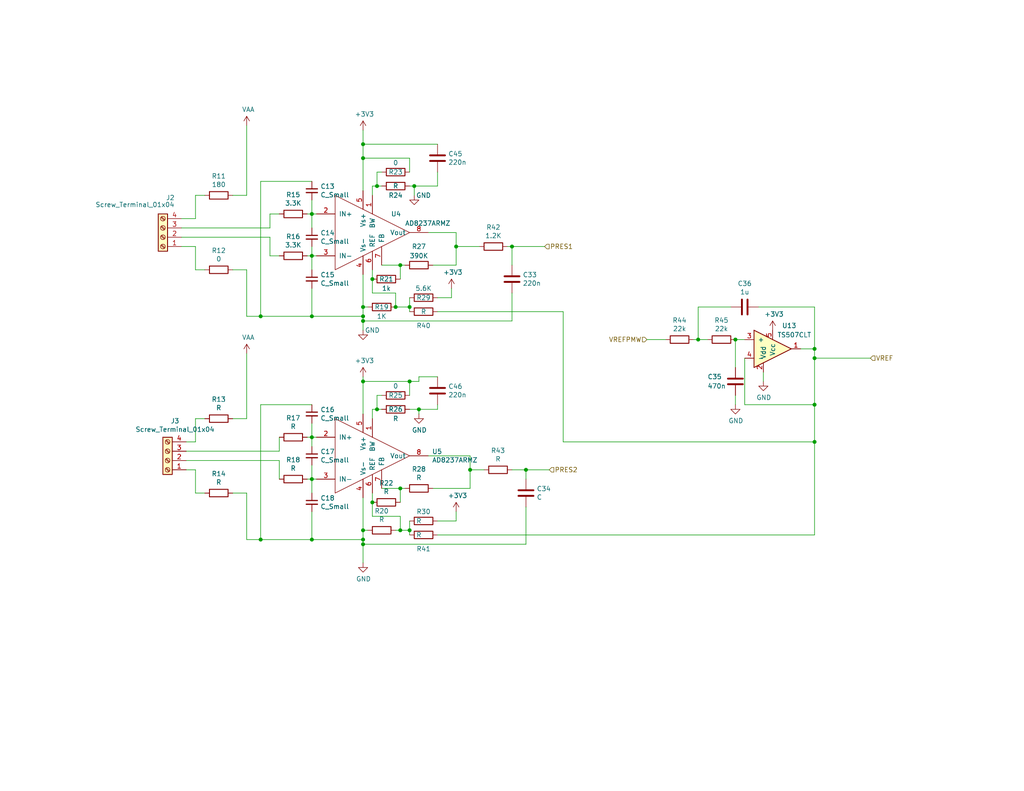
<source format=kicad_sch>
(kicad_sch (version 20211123) (generator eeschema)
  (paper "USLetter")
  (lib_symbols
    (symbol "Connector:Screw_Terminal_01x04" (pin_names (offset 1.016) hide)
      (property "Reference" "J" (at 0 5.08 0))
      (property "Value" "Screw_Terminal_01x04" (at 0 -7.62 0))
      (symbol "Screw_Terminal_01x04_1_1"
        (rectangle (start -1.27 3.81) (end 1.27 -6.35) (stroke (width 0.254)) (fill (type background)))
        (circle (center 0 -5.08) (radius 0.635) (stroke (width 0.1524)))
        (circle (center 0 -2.54) (radius 0.635) (stroke (width 0.1524)))
        (polyline (pts (xy -0.5334 -4.7498) (xy 0.3302 -5.588)) (stroke (width 0.1524)))
        (polyline (pts (xy -0.5334 -2.2098) (xy 0.3302 -3.048)) (stroke (width 0.1524)))
        (polyline (pts (xy -0.5334 0.3302) (xy 0.3302 -0.508)) (stroke (width 0.1524)))
        (polyline (pts (xy -0.5334 2.8702) (xy 0.3302 2.032)) (stroke (width 0.1524)))
        (polyline (pts (xy -0.3556 -4.572) (xy 0.508 -5.4102)) (stroke (width 0.1524)))
        (polyline (pts (xy -0.3556 -2.032) (xy 0.508 -2.8702)) (stroke (width 0.1524)))
        (polyline (pts (xy -0.3556 0.508) (xy 0.508 -0.3302)) (stroke (width 0.1524)))
        (polyline (pts (xy -0.3556 3.048) (xy 0.508 2.2098)) (stroke (width 0.1524)))
        (circle (center 0 0) (radius 0.635) (stroke (width 0.1524)))
        (circle (center 0 2.54) (radius 0.635) (stroke (width 0.1524)))
        (pin passive line (at -5.08 2.54 0) (length 3.81) (name "Pin_1") (number "1"))
        (pin passive line (at -5.08 0 0) (length 3.81) (name "Pin_2") (number "2"))
        (pin passive line (at -5.08 -2.54 0) (length 3.81) (name "Pin_3") (number "3"))
        (pin passive line (at -5.08 -5.08 0) (length 3.81) (name "Pin_4") (number "4"))
      )
    )
    (symbol "Device:C" (pin_numbers hide) (pin_names (offset 0.254))
      (property "Reference" "C" (at 0.635 2.54 0))
      (property "Value" "C" (at 0.635 -2.54 0))
      (symbol "C_0_1"
        (polyline (pts (xy -2.032 -0.762) (xy 2.032 -0.762)) (stroke (width 0.508)))
        (polyline (pts (xy -2.032 0.762) (xy 2.032 0.762)) (stroke (width 0.508)))
      )
      (symbol "C_1_1"
        (pin passive line (at 0 3.81 270) (length 2.794) (name "~") (number "1"))
        (pin passive line (at 0 -3.81 90) (length 2.794) (name "~") (number "2"))
      )
    )
    (symbol "Device:C_Small" (pin_numbers hide) (pin_names (offset 0.254) hide)
      (property "Reference" "C" (at 0.254 1.778 0))
      (property "Value" "C_Small" (at 0.254 -2.032 0))
      (symbol "C_Small_0_1"
        (polyline (pts (xy -1.524 -0.508) (xy 1.524 -0.508)) (stroke (width 0.3302)))
        (polyline (pts (xy -1.524 0.508) (xy 1.524 0.508)) (stroke (width 0.3048)))
      )
      (symbol "C_Small_1_1"
        (pin passive line (at 0 2.54 270) (length 2.032) (name "~") (number "1"))
        (pin passive line (at 0 -2.54 90) (length 2.032) (name "~") (number "2"))
      )
    )
    (symbol "Device:R" (pin_numbers hide) (pin_names (offset 0))
      (property "Reference" "R" (at 2.032 0 90))
      (property "Value" "R" (at 0 0 90))
      (symbol "R_0_1"
        (rectangle (start -1.016 -2.54) (end 1.016 2.54) (stroke (width 0.254)))
      )
      (symbol "R_1_1"
        (pin passive line (at 0 3.81 270) (length 1.27) (name "~") (number "1"))
        (pin passive line (at 0 -3.81 90) (length 1.27) (name "~") (number "2"))
      )
    )
    (symbol "l6203dualmotordrive-rescue:AD8237ARMZ-AD8237" (pin_names (offset 1.016))
      (property "Reference" "U" (at 3.81 7.62 0))
      (property "Value" "AD8237ARMZ-AD8237" (at 8.89 5.08 0))
      (symbol "AD8237ARMZ-AD8237_0_1"
        (polyline (pts (xy 10.16 0) (xy -10.16 10.16) (xy -10.16 -10.16) (xy 10.16 0)))
      )
      (symbol "AD8237ARMZ-AD8237_1_1"
        (pin input line (at 0 10.16 270) (length 5.08) (name "BW") (number "1"))
        (pin input line (at -15.24 5.08 0) (length 5.08) (name "IN+") (number "2"))
        (pin input line (at -15.24 -6.35 0) (length 5.08) (name "IN-") (number "3"))
        (pin power_in line (at -2.54 -11.43 90) (length 5.08) (name "Vs-") (number "4"))
        (pin power_in line (at -2.54 11.43 270) (length 5.08) (name "Vs+") (number "5"))
        (pin input line (at 0 -10.16 90) (length 5.08) (name "REF") (number "6"))
        (pin input line (at 2.54 -8.89 90) (length 5.08) (name "FB") (number "7"))
        (pin output line (at 15.24 0 180) (length 5.08) (name "Vout") (number "8"))
      )
    )
    (symbol "l6203dualmotordrive-rescue:TS507CLT-MikeSpecialParts" (pin_names (offset 1.016))
      (property "Reference" "U" (at 6.35 6.35 0))
      (property "Value" "TS507CLT-MikeSpecialParts" (at 2.54 8.89 0))
      (symbol "TS507CLT-MikeSpecialParts_1_1"
        (polyline (pts (xy -3.81 5.08) (xy 6.35 0) (xy -3.81 -5.08) (xy -3.81 5.08)) (stroke (width 0.254)) (fill (type background)))
        (pin output line (at 8.89 0 180) (length 2.54) (name "~") (number "1"))
        (pin power_in line (at -1.27 -6.35 90) (length 2.54) (name "Vdd") (number "2"))
        (pin input line (at -6.35 2.54 0) (length 2.54) (name "+") (number "3"))
        (pin input line (at -6.35 -2.54 0) (length 2.54) (name "-") (number "4"))
        (pin power_in line (at 1.27 5.08 270) (length 2.54) (name "Vcc") (number "5"))
      )
    )
    (symbol "power:+3V3" (power) (pin_names (offset 0))
      (property "Value" "+3V3" (at 0 3.556 0))
      (symbol "+3V3_0_1"
        (polyline (pts (xy -0.762 1.27) (xy 0 2.54)))
        (polyline (pts (xy 0 0) (xy 0 2.54)))
        (polyline (pts (xy 0 2.54) (xy 0.762 1.27)))
      )
      (symbol "+3V3_1_1"
        (pin power_in line (at 0 0 90) (length 0) hide (name "+3V3") (number "1"))
      )
    )
    (symbol "power:GND" (power) (pin_names (offset 0))
      (property "Value" "GND" (at 0 -3.81 0))
      (symbol "GND_0_1"
        (polyline (pts (xy 0 0) (xy 0 -1.27) (xy 1.27 -1.27) (xy 0 -2.54) (xy -1.27 -1.27) (xy 0 -1.27)))
      )
      (symbol "GND_1_1"
        (pin power_in line (at 0 0 270) (length 0) hide (name "GND") (number "1"))
      )
    )
    (symbol "power:VAA" (power) (pin_names (offset 0))
      (property "Value" "VAA" (at 0 3.81 0))
      (symbol "VAA_0_1"
        (polyline (pts (xy -0.762 1.27) (xy 0 2.54)))
        (polyline (pts (xy 0 0) (xy 0 2.54)))
        (polyline (pts (xy 0 2.54) (xy 0.762 1.27)))
      )
      (symbol "VAA_1_1"
        (pin power_in line (at 0 0 90) (length 0) hide (name "VAA") (number "1"))
      )
    )
  )
  (junction (at 102.87 111.76))
  (junction (at 222.25 97.79))
  (junction (at 99.06 43.18))
  (junction (at 128.27 128.27))
  (junction (at 99.06 147.32))
  (junction (at 99.06 39.37))
  (junction (at 109.22 133.35))
  (junction (at 99.06 148.59))
  (junction (at 222.25 120.65))
  (junction (at 107.95 83.82))
  (junction (at 85.09 86.36))
  (junction (at 101.6 137.16))
  (junction (at 143.51 128.27))
  (junction (at 111.76 144.78))
  (junction (at 85.09 69.85))
  (junction (at 222.25 95.25))
  (junction (at 139.7 67.31))
  (junction (at 190.5 92.71))
  (junction (at 99.06 144.78))
  (junction (at 99.06 87.63))
  (junction (at 85.09 147.32))
  (junction (at 85.09 58.42))
  (junction (at 99.06 86.36))
  (junction (at 109.22 144.78))
  (junction (at 71.12 147.32))
  (junction (at 85.09 119.38))
  (junction (at 109.22 72.39))
  (junction (at 102.87 50.8))
  (junction (at 101.6 76.2))
  (junction (at 111.76 83.82))
  (junction (at 111.76 104.14))
  (junction (at 124.46 67.31))
  (junction (at 99.06 104.14))
  (junction (at 114.3 111.76))
  (junction (at 222.25 110.49))
  (junction (at 99.06 83.82))
  (junction (at 85.09 130.81))
  (junction (at 113.03 50.8))
  (junction (at 71.12 86.36))
  (junction (at 200.66 92.71))
  (wire (pts (xy 99.06 104.14) (xy 99.06 113.03)))
  (wire (pts (xy 111.76 81.28) (xy 111.76 83.82)))
  (wire (pts (xy 123.19 81.28) (xy 123.19 78.74)))
  (wire (pts (xy 222.25 95.25) (xy 222.25 83.82)))
  (wire (pts (xy 132.08 128.27) (xy 128.27 128.27)))
  (wire (pts (xy 99.06 148.59) (xy 143.51 148.59)))
  (wire (pts (xy 222.25 95.25) (xy 218.44 95.25)))
  (wire (pts (xy 119.38 111.76) (xy 119.38 110.49)))
  (wire (pts (xy 49.53 59.69) (xy 53.34 59.69)))
  (wire (pts (xy 101.6 80.01) (xy 107.95 80.01)))
  (wire (pts (xy 130.81 67.31) (xy 124.46 67.31)))
  (wire (pts (xy 85.09 130.81) (xy 86.36 130.81)))
  (wire (pts (xy 111.76 104.14) (xy 111.76 107.95)))
  (wire (pts (xy 111.76 144.78) (xy 111.76 142.24)))
  (wire (pts (xy 71.12 110.49) (xy 85.09 110.49)))
  (wire (pts (xy 109.22 144.78) (xy 107.95 144.78)))
  (wire (pts (xy 53.34 53.34) (xy 55.88 53.34)))
  (wire (pts (xy 119.38 85.09) (xy 153.67 85.09)))
  (wire (pts (xy 114.3 102.87) (xy 114.3 104.14)))
  (wire (pts (xy 139.7 67.31) (xy 138.43 67.31)))
  (wire (pts (xy 107.95 80.01) (xy 107.95 83.82)))
  (wire (pts (xy 67.31 73.66) (xy 63.5 73.66)))
  (wire (pts (xy 111.76 43.18) (xy 111.76 46.99)))
  (wire (pts (xy 71.12 147.32) (xy 71.12 110.49)))
  (wire (pts (xy 190.5 92.71) (xy 190.5 83.82)))
  (wire (pts (xy 128.27 124.46) (xy 116.84 124.46)))
  (wire (pts (xy 99.06 90.17) (xy 99.06 87.63)))
  (wire (pts (xy 53.34 67.31) (xy 49.53 67.31)))
  (wire (pts (xy 76.2 119.38) (xy 76.2 123.19)))
  (wire (pts (xy 73.66 64.77) (xy 49.53 64.77)))
  (wire (pts (xy 102.87 50.8) (xy 104.14 50.8)))
  (wire (pts (xy 109.22 144.78) (xy 111.76 144.78)))
  (wire (pts (xy 83.82 130.81) (xy 85.09 130.81)))
  (wire (pts (xy 143.51 128.27) (xy 139.7 128.27)))
  (wire (pts (xy 101.6 50.8) (xy 102.87 50.8)))
  (wire (pts (xy 139.7 87.63) (xy 139.7 80.01)))
  (wire (pts (xy 119.38 81.28) (xy 123.19 81.28)))
  (wire (pts (xy 85.09 69.85) (xy 86.36 69.85)))
  (wire (pts (xy 53.34 73.66) (xy 53.34 67.31)))
  (wire (pts (xy 124.46 63.5) (xy 124.46 67.31)))
  (wire (pts (xy 143.51 148.59) (xy 143.51 138.43)))
  (wire (pts (xy 109.22 72.39) (xy 104.14 72.39)))
  (wire (pts (xy 119.38 102.87) (xy 114.3 102.87)))
  (wire (pts (xy 85.09 62.23) (xy 85.09 58.42)))
  (wire (pts (xy 67.31 86.36) (xy 67.31 73.66)))
  (wire (pts (xy 107.95 83.82) (xy 111.76 83.82)))
  (wire (pts (xy 200.66 110.49) (xy 200.66 107.95)))
  (wire (pts (xy 119.38 39.37) (xy 99.06 39.37)))
  (wire (pts (xy 67.31 53.34) (xy 67.31 34.29)))
  (wire (pts (xy 128.27 128.27) (xy 128.27 133.35)))
  (wire (pts (xy 76.2 130.81) (xy 76.2 125.73)))
  (wire (pts (xy 101.6 140.97) (xy 109.22 140.97)))
  (wire (pts (xy 222.25 83.82) (xy 207.01 83.82)))
  (wire (pts (xy 118.11 72.39) (xy 124.46 72.39)))
  (wire (pts (xy 101.6 53.34) (xy 101.6 50.8)))
  (wire (pts (xy 119.38 142.24) (xy 124.46 142.24)))
  (wire (pts (xy 128.27 124.46) (xy 128.27 128.27)))
  (wire (pts (xy 99.06 74.93) (xy 99.06 83.82)))
  (wire (pts (xy 76.2 123.19) (xy 50.8 123.19)))
  (wire (pts (xy 85.09 121.92) (xy 85.09 119.38)))
  (wire (pts (xy 99.06 43.18) (xy 111.76 43.18)))
  (wire (pts (xy 63.5 134.62) (xy 67.31 134.62)))
  (wire (pts (xy 222.25 95.25) (xy 222.25 97.79)))
  (wire (pts (xy 99.06 87.63) (xy 99.06 86.36)))
  (wire (pts (xy 99.06 35.56) (xy 99.06 39.37)))
  (wire (pts (xy 139.7 67.31) (xy 148.59 67.31)))
  (wire (pts (xy 200.66 92.71) (xy 203.2 92.71)))
  (wire (pts (xy 203.2 97.79) (xy 203.2 110.49)))
  (wire (pts (xy 85.09 134.62) (xy 85.09 130.81)))
  (wire (pts (xy 85.09 73.66) (xy 85.09 69.85)))
  (wire (pts (xy 55.88 134.62) (xy 53.34 134.62)))
  (wire (pts (xy 110.49 72.39) (xy 109.22 72.39)))
  (wire (pts (xy 83.82 119.38) (xy 85.09 119.38)))
  (wire (pts (xy 113.03 50.8) (xy 119.38 50.8)))
  (wire (pts (xy 76.2 69.85) (xy 73.66 69.85)))
  (wire (pts (xy 222.25 97.79) (xy 222.25 110.49)))
  (wire (pts (xy 63.5 53.34) (xy 67.31 53.34)))
  (wire (pts (xy 119.38 50.8) (xy 119.38 46.99)))
  (wire (pts (xy 85.09 69.85) (xy 85.09 67.31)))
  (wire (pts (xy 99.06 52.07) (xy 99.06 43.18)))
  (wire (pts (xy 71.12 49.53) (xy 85.09 49.53)))
  (wire (pts (xy 102.87 46.99) (xy 104.14 46.99)))
  (wire (pts (xy 99.06 135.89) (xy 99.06 144.78)))
  (wire (pts (xy 111.76 146.05) (xy 111.76 144.78)))
  (wire (pts (xy 67.31 147.32) (xy 71.12 147.32)))
  (wire (pts (xy 124.46 67.31) (xy 124.46 72.39)))
  (wire (pts (xy 102.87 111.76) (xy 104.14 111.76)))
  (wire (pts (xy 114.3 104.14) (xy 111.76 104.14)))
  (wire (pts (xy 73.66 69.85) (xy 73.66 64.77)))
  (wire (pts (xy 111.76 83.82) (xy 111.76 85.09)))
  (wire (pts (xy 143.51 128.27) (xy 149.86 128.27)))
  (wire (pts (xy 190.5 83.82) (xy 199.39 83.82)))
  (wire (pts (xy 114.3 111.76) (xy 114.3 113.03)))
  (wire (pts (xy 99.06 87.63) (xy 139.7 87.63)))
  (wire (pts (xy 50.8 120.65) (xy 53.34 120.65)))
  (wire (pts (xy 203.2 110.49) (xy 222.25 110.49)))
  (wire (pts (xy 113.03 50.8) (xy 113.03 53.34)))
  (wire (pts (xy 53.34 128.27) (xy 50.8 128.27)))
  (wire (pts (xy 109.22 140.97) (xy 109.22 144.78)))
  (wire (pts (xy 99.06 86.36) (xy 85.09 86.36)))
  (wire (pts (xy 85.09 119.38) (xy 85.09 115.57)))
  (wire (pts (xy 63.5 114.3) (xy 67.31 114.3)))
  (wire (pts (xy 176.53 92.71) (xy 181.61 92.71)))
  (wire (pts (xy 200.66 92.71) (xy 200.66 100.33)))
  (wire (pts (xy 109.22 76.2) (xy 109.22 72.39)))
  (wire (pts (xy 53.34 59.69) (xy 53.34 53.34)))
  (wire (pts (xy 85.09 86.36) (xy 85.09 78.74)))
  (wire (pts (xy 85.09 147.32) (xy 99.06 147.32)))
  (wire (pts (xy 99.06 102.87) (xy 99.06 104.14)))
  (wire (pts (xy 111.76 50.8) (xy 113.03 50.8)))
  (wire (pts (xy 189.23 92.71) (xy 190.5 92.71)))
  (wire (pts (xy 101.6 137.16) (xy 101.6 134.62)))
  (wire (pts (xy 153.67 120.65) (xy 222.25 120.65)))
  (wire (pts (xy 102.87 111.76) (xy 102.87 107.95)))
  (wire (pts (xy 109.22 133.35) (xy 110.49 133.35)))
  (wire (pts (xy 53.34 114.3) (xy 55.88 114.3)))
  (wire (pts (xy 222.25 120.65) (xy 222.25 110.49)))
  (wire (pts (xy 99.06 86.36) (xy 99.06 83.82)))
  (wire (pts (xy 85.09 54.61) (xy 85.09 58.42)))
  (wire (pts (xy 73.66 58.42) (xy 73.66 62.23)))
  (wire (pts (xy 55.88 73.66) (xy 53.34 73.66)))
  (wire (pts (xy 99.06 148.59) (xy 99.06 153.67)))
  (wire (pts (xy 67.31 134.62) (xy 67.31 147.32)))
  (wire (pts (xy 99.06 144.78) (xy 99.06 147.32)))
  (wire (pts (xy 76.2 58.42) (xy 73.66 58.42)))
  (wire (pts (xy 67.31 114.3) (xy 67.31 96.52)))
  (wire (pts (xy 85.09 58.42) (xy 83.82 58.42)))
  (wire (pts (xy 73.66 62.23) (xy 49.53 62.23)))
  (wire (pts (xy 71.12 86.36) (xy 71.12 49.53)))
  (wire (pts (xy 101.6 137.16) (xy 101.6 140.97)))
  (wire (pts (xy 143.51 130.81) (xy 143.51 128.27)))
  (wire (pts (xy 101.6 111.76) (xy 102.87 111.76)))
  (wire (pts (xy 85.09 127) (xy 85.09 130.81)))
  (wire (pts (xy 119.38 146.05) (xy 222.25 146.05)))
  (wire (pts (xy 208.28 104.14) (xy 208.28 101.6)))
  (wire (pts (xy 101.6 76.2) (xy 101.6 80.01)))
  (wire (pts (xy 100.33 144.78) (xy 99.06 144.78)))
  (wire (pts (xy 99.06 83.82) (xy 100.33 83.82)))
  (wire (pts (xy 99.06 39.37) (xy 99.06 43.18)))
  (wire (pts (xy 53.34 134.62) (xy 53.34 128.27)))
  (wire (pts (xy 222.25 146.05) (xy 222.25 120.65)))
  (wire (pts (xy 76.2 125.73) (xy 50.8 125.73)))
  (wire (pts (xy 102.87 107.95) (xy 104.14 107.95)))
  (wire (pts (xy 111.76 111.76) (xy 114.3 111.76)))
  (wire (pts (xy 85.09 86.36) (xy 71.12 86.36)))
  (wire (pts (xy 114.3 111.76) (xy 119.38 111.76)))
  (wire (pts (xy 102.87 50.8) (xy 102.87 46.99)))
  (wire (pts (xy 104.14 133.35) (xy 109.22 133.35)))
  (wire (pts (xy 86.36 58.42) (xy 85.09 58.42)))
  (wire (pts (xy 139.7 72.39) (xy 139.7 67.31)))
  (wire (pts (xy 190.5 92.71) (xy 193.04 92.71)))
  (wire (pts (xy 237.49 97.79) (xy 222.25 97.79)))
  (wire (pts (xy 99.06 104.14) (xy 111.76 104.14)))
  (wire (pts (xy 71.12 147.32) (xy 85.09 147.32)))
  (wire (pts (xy 85.09 139.7) (xy 85.09 147.32)))
  (wire (pts (xy 118.11 133.35) (xy 128.27 133.35)))
  (wire (pts (xy 101.6 76.2) (xy 101.6 73.66)))
  (wire (pts (xy 99.06 147.32) (xy 99.06 148.59)))
  (wire (pts (xy 124.46 142.24) (xy 124.46 139.7)))
  (wire (pts (xy 109.22 137.16) (xy 109.22 133.35)))
  (wire (pts (xy 153.67 85.09) (xy 153.67 120.65)))
  (wire (pts (xy 53.34 120.65) (xy 53.34 114.3)))
  (wire (pts (xy 101.6 114.3) (xy 101.6 111.76)))
  (wire (pts (xy 85.09 119.38) (xy 86.36 119.38)))
  (wire (pts (xy 83.82 69.85) (xy 85.09 69.85)))
  (wire (pts (xy 71.12 86.36) (xy 67.31 86.36)))
  (wire (pts (xy 124.46 63.5) (xy 116.84 63.5)))
  (hierarchical_label "VREFPMW" (shape input) (at 176.53 92.71 180))
  (hierarchical_label "VREF" (shape input) (at 237.49 97.79 0))
  (hierarchical_label "PRES2" (shape input) (at 149.86 128.27 0))
  (hierarchical_label "PRES1" (shape input) (at 148.59 67.31 0))
  (symbol (lib_id "Device:R") (at 80.01 58.42 270) (unit 1)
    (property "Reference" "R15" (at 80.01 53.1622 90))
    (property "Value" "3.3K" (at 80.01 55.4736 90))
    (property "Footprint" "Resistors_SMD:R_0805" (effects hide))
  )
  (symbol (lib_id "Device:R") (at 80.01 69.85 270) (unit 1)
    (property "Reference" "R16" (at 80.01 64.5922 90))
    (property "Value" "3.3K" (at 80.01 66.9036 90))
    (property "Footprint" "Resistors_SMD:R_0805" (effects hide))
  )
  (symbol (lib_id "Device:R") (at 80.01 119.38 270) (unit 1)
    (property "Reference" "R17" (at 80.01 114.1222 90))
    (property "Value" "R" (at 80.01 116.4336 90))
    (property "Footprint" "Resistors_SMD:R_0805" (effects hide))
  )
  (symbol (lib_id "Device:R") (at 80.01 130.81 270) (unit 1)
    (property "Reference" "R18" (at 80.01 125.5522 90))
    (property "Value" "R" (at 80.01 127.8636 90))
    (property "Footprint" "Resistors_SMD:R_0805" (effects hide))
  )
  (symbol (lib_id "Device:C_Small") (at 85.09 137.16 0) (unit 1)
    (property "Reference" "C18" (at 87.4268 135.9916 0) (effects (justify left)))
    (property "Value" "C_Small" (at 87.4268 138.303 0) (effects (justify left)))
    (property "Footprint" "Capacitors_SMD:C_0805" (effects hide))
  )
  (symbol (lib_id "Device:C_Small") (at 85.09 124.46 0) (unit 1)
    (property "Reference" "C17" (at 87.4268 123.2916 0) (effects (justify left)))
    (property "Value" "C_Small" (at 87.4268 125.603 0) (effects (justify left)))
    (property "Footprint" "Capacitors_SMD:C_0805" (effects hide))
  )
  (symbol (lib_id "Device:C_Small") (at 85.09 113.03 0) (unit 1)
    (property "Reference" "C16" (at 87.4268 111.8616 0) (effects (justify left)))
    (property "Value" "C_Small" (at 87.4268 114.173 0) (effects (justify left)))
    (property "Footprint" "Capacitors_SMD:C_0805" (effects hide))
  )
  (symbol (lib_id "Device:C_Small") (at 85.09 76.2 0) (unit 1)
    (property "Reference" "C15" (at 87.4268 75.0316 0) (effects (justify left)))
    (property "Value" "C_Small" (at 87.4268 77.343 0) (effects (justify left)))
    (property "Footprint" "Capacitors_SMD:C_0805" (effects hide))
  )
  (symbol (lib_id "Device:C_Small") (at 85.09 64.77 0) (unit 1)
    (property "Reference" "C14" (at 87.4268 63.6016 0) (effects (justify left)))
    (property "Value" "C_Small" (at 87.4268 65.913 0) (effects (justify left)))
    (property "Footprint" "Capacitors_SMD:C_0805" (effects hide))
  )
  (symbol (lib_id "Device:C_Small") (at 85.09 52.07 0) (unit 1)
    (property "Reference" "C13" (at 87.4268 50.9016 0) (effects (justify left)))
    (property "Value" "C_Small" (at 87.4268 53.213 0) (effects (justify left)))
    (property "Footprint" "Capacitors_SMD:C_0805" (effects hide))
  )
  (symbol (lib_id "Connector:Screw_Terminal_01x04") (at 44.45 64.77 180) (unit 1)
    (property "Reference" "J2" (at 46.482 53.975 0))
    (property "Value" "Screw_Terminal_01x04" (at 36.83 55.88 0))
    (property "Footprint" "TerminalBlocks_Phoenix:TerminalBlock_Phoenix_PT-3.5mm_4pol" (effects hide))
  )
  (symbol (lib_id "Connector:Screw_Terminal_01x04") (at 45.72 125.73 180) (unit 1)
    (property "Reference" "J3" (at 47.752 114.935 0))
    (property "Value" "Screw_Terminal_01x04" (at 47.752 117.2464 0))
    (property "Footprint" "TerminalBlocks_Phoenix:TerminalBlock_Phoenix_PT-3.5mm_4pol" (effects hide))
  )
  (symbol (lib_id "power:GND") (at 99.06 153.67 0) (unit 1)
    (property "Reference" "#PWR0108" (effects hide))
    (property "Value" "GND" (at 99.187 158.0642 0))
  )
  (symbol (lib_id "Device:R") (at 59.69 134.62 270) (unit 1)
    (property "Reference" "R14" (at 59.69 129.3622 90))
    (property "Value" "R" (at 59.69 131.6736 90))
    (property "Footprint" "Resistors_SMD:R_0805" (effects hide))
  )
  (symbol (lib_id "Device:R") (at 59.69 114.3 270) (unit 1)
    (property "Reference" "R13" (at 59.69 109.0422 90))
    (property "Value" "R" (at 59.69 111.3536 90))
    (property "Footprint" "Resistors_SMD:R_0805" (effects hide))
  )
  (symbol (lib_id "Device:R") (at 59.69 73.66 270) (unit 1)
    (property "Reference" "R12" (at 59.69 68.4022 90))
    (property "Value" "0" (at 59.69 70.7136 90))
    (property "Footprint" "Resistors_SMD:R_0805" (effects hide))
  )
  (symbol (lib_id "Device:R") (at 59.69 53.34 270) (unit 1)
    (property "Reference" "R11" (at 59.69 48.0822 90))
    (property "Value" "180" (at 59.69 50.3936 90))
    (property "Footprint" "Resistors_SMD:R_0805" (effects hide))
  )
  (symbol (lib_id "Device:R") (at 107.95 107.95 270) (unit 1)
    (property "Reference" "R25" (at 107.95 107.95 90))
    (property "Value" "0" (at 107.95 105.41 90))
    (property "Footprint" "Resistors_SMD:R_0805" (effects hide))
  )
  (symbol (lib_id "Device:R") (at 107.95 111.76 270) (unit 1)
    (property "Reference" "R26" (at 107.95 111.76 90))
    (property "Value" "R" (at 107.95 114.3 90))
    (property "Footprint" "Resistors_SMD:R_0805" (effects hide))
  )
  (symbol (lib_id "Device:R") (at 107.95 50.8 270) (unit 1)
    (property "Reference" "R24" (at 107.95 53.34 90))
    (property "Value" "R" (at 107.95 50.8 90))
    (property "Footprint" "Resistors_SMD:R_0805" (effects hide))
  )
  (symbol (lib_id "Device:R") (at 107.95 46.99 270) (unit 1)
    (property "Reference" "R23" (at 107.95 46.99 90))
    (property "Value" "0" (at 107.95 44.45 90))
    (property "Footprint" "Resistors_SMD:R_0805" (effects hide))
  )
  (symbol (lib_id "power:GND") (at 113.03 53.34 0) (unit 1)
    (property "Reference" "#PWR0110" (effects hide))
    (property "Value" "GND" (at 115.57 53.34 0))
  )
  (symbol (lib_id "l6203dualmotordrive-rescue:AD8237ARMZ-AD8237") (at 101.6 63.5 0) (unit 1)
    (property "Reference" "U4" (at 106.68 58.42 0) (effects (justify left)))
    (property "Value" "AD8237ARMZ" (at 110.49 60.96 0) (effects (justify left)))
    (property "Footprint" "Housings_SSOP:MSOP-8_3x3mm_Pitch0.65mm" (effects hide))
  )
  (symbol (lib_id "l6203dualmotordrive-rescue:AD8237ARMZ-AD8237") (at 101.6 124.46 0) (unit 1)
    (property "Reference" "U5" (at 117.8814 123.2916 0) (effects (justify left)))
    (property "Value" "AD8237ARMZ" (at 117.8814 125.603 0) (effects (justify left)))
    (property "Footprint" "Housings_SSOP:MSOP-8_3x3mm_Pitch0.65mm" (effects hide))
  )
  (symbol (lib_id "power:GND") (at 114.3 113.03 0) (unit 1)
    (property "Reference" "#PWR0111" (effects hide))
    (property "Value" "GND" (at 114.427 117.4242 0))
  )
  (symbol (lib_id "Device:R") (at 105.41 76.2 270) (unit 1)
    (property "Reference" "R21" (at 105.41 76.2 90))
    (property "Value" "1k" (at 105.41 78.74 90))
    (property "Footprint" "Resistors_SMD:R_0805" (effects hide))
  )
  (symbol (lib_id "Device:R") (at 115.57 81.28 270) (unit 1)
    (property "Reference" "R29" (at 115.57 81.28 90))
    (property "Value" "5.6K" (at 115.57 78.74 90))
    (property "Footprint" "Resistors_SMD:R_0805" (effects hide))
  )
  (symbol (lib_id "Device:R") (at 104.14 83.82 270) (unit 1)
    (property "Reference" "R19" (at 104.14 83.82 90))
    (property "Value" "1K" (at 104.14 86.36 90))
    (property "Footprint" "Resistors_SMD:R_0805" (effects hide))
  )
  (symbol (lib_id "Device:R") (at 114.3 72.39 270) (unit 1)
    (property "Reference" "R27" (at 114.3 67.31 90))
    (property "Value" "390K" (at 114.3 69.85 90))
    (property "Footprint" "Resistors_SMD:R_0805" (effects hide))
  )
  (symbol (lib_id "Device:R") (at 114.3 133.35 270) (unit 1)
    (property "Reference" "R28" (at 114.3 128.0922 90))
    (property "Value" "R" (at 114.3 130.4036 90))
    (property "Footprint" "Resistors_SMD:R_0805" (effects hide))
  )
  (symbol (lib_id "Device:R") (at 105.41 137.16 270) (unit 1)
    (property "Reference" "R22" (at 105.41 131.9022 90))
    (property "Value" "R" (at 105.41 134.2136 90))
    (property "Footprint" "Resistors_SMD:R_0805" (effects hide))
  )
  (symbol (lib_id "Device:R") (at 104.14 144.78 270) (unit 1)
    (property "Reference" "R20" (at 104.14 139.5222 90))
    (property "Value" "R" (at 104.14 141.8336 90))
    (property "Footprint" "Resistors_SMD:R_0805" (effects hide))
  )
  (symbol (lib_id "Device:R") (at 115.57 142.24 270) (unit 1)
    (property "Reference" "R30" (at 115.57 139.7 90))
    (property "Value" "R" (at 114.3 142.24 90))
    (property "Footprint" "Resistors_SMD:R_0805" (effects hide))
  )
  (symbol (lib_id "Device:R") (at 134.62 67.31 270) (unit 1)
    (property "Reference" "R42" (at 134.62 62.0522 90))
    (property "Value" "1.2K" (at 134.62 64.3636 90))
    (property "Footprint" "Resistors_SMD:R_0805" (effects hide))
  )
  (symbol (lib_id "Device:R") (at 135.89 128.27 270) (unit 1)
    (property "Reference" "R43" (at 135.89 123.0122 90))
    (property "Value" "R" (at 135.89 125.3236 90))
    (property "Footprint" "Resistors_SMD:R_0805" (effects hide))
  )
  (symbol (lib_id "Device:C") (at 139.7 76.2 0) (unit 1)
    (property "Reference" "C33" (at 142.621 75.0316 0) (effects (justify left)))
    (property "Value" "220n" (at 142.621 77.343 0) (effects (justify left)))
    (property "Footprint" "Capacitors_SMD:C_0805" (effects hide))
  )
  (symbol (lib_id "Device:C") (at 143.51 134.62 0) (unit 1)
    (property "Reference" "C34" (at 146.431 133.4516 0) (effects (justify left)))
    (property "Value" "C" (at 146.431 135.763 0) (effects (justify left)))
    (property "Footprint" "Capacitors_SMD:C_0805" (effects hide))
  )
  (symbol (lib_id "power:+3V3") (at 99.06 35.56 0) (unit 1)
    (property "Reference" "#PWR0112" (effects hide))
    (property "Value" "+3V3" (at 99.441 31.1658 0))
  )
  (symbol (lib_id "power:+3V3") (at 123.19 78.74 0) (unit 1)
    (property "Reference" "#PWR0113" (effects hide))
    (property "Value" "+3V3" (at 123.571 74.3458 0))
  )
  (symbol (lib_id "power:+3V3") (at 124.46 139.7 0) (unit 1)
    (property "Reference" "#PWR0114" (effects hide))
    (property "Value" "+3V3" (at 124.841 135.3058 0))
  )
  (symbol (lib_id "power:+3V3") (at 99.06 102.87 0) (unit 1)
    (property "Reference" "#PWR0115" (effects hide))
    (property "Value" "+3V3" (at 99.441 98.4758 0))
  )
  (symbol (lib_id "power:VAA") (at 67.31 34.29 0) (unit 1)
    (property "Reference" "#PWR0116" (effects hide))
    (property "Value" "VAA" (at 67.7418 29.8958 0))
  )
  (symbol (lib_id "power:VAA") (at 67.31 96.52 0) (unit 1)
    (property "Reference" "#PWR0117" (effects hide))
    (property "Value" "VAA" (at 67.7418 92.1258 0))
  )
  (symbol (lib_id "power:GND") (at 208.28 104.14 0) (unit 1)
    (property "Reference" "#PWR02" (effects hide))
    (property "Value" "GND" (at 208.407 108.5342 0))
  )
  (symbol (lib_id "Device:R") (at 196.85 92.71 270) (unit 1)
    (property "Reference" "R45" (at 196.85 87.4522 90))
    (property "Value" "22k" (at 196.85 89.7636 90))
    (property "Footprint" "Resistors_SMD:R_0805" (effects hide))
  )
  (symbol (lib_id "Device:R") (at 185.42 92.71 270) (unit 1)
    (property "Reference" "R44" (at 185.42 87.4522 90))
    (property "Value" "22k" (at 185.42 89.7636 90))
    (property "Footprint" "Resistors_SMD:R_0805" (effects hide))
  )
  (symbol (lib_id "Device:C") (at 200.66 104.14 0) (unit 1)
    (property "Reference" "C35" (at 193.04 102.87 0) (effects (justify left)))
    (property "Value" "470n" (at 193.04 105.41 0) (effects (justify left)))
    (property "Footprint" "Capacitors_SMD:C_1206" (effects hide))
  )
  (symbol (lib_id "Device:C") (at 203.2 83.82 270) (unit 1)
    (property "Reference" "C36" (at 203.2 77.4192 90))
    (property "Value" "1u" (at 203.2 79.7306 90))
    (property "Footprint" "Capacitors_SMD:C_1206" (effects hide))
  )
  (symbol (lib_id "power:+3V3") (at 210.82 90.17 0) (unit 1)
    (property "Reference" "#PWR012" (effects hide))
    (property "Value" "+3V3" (at 211.201 85.7758 0))
  )
  (symbol (lib_id "Device:R") (at 115.57 146.05 270) (unit 1)
    (property "Reference" "R41" (at 115.57 149.86 90))
    (property "Value" "R" (at 114.3 146.05 90))
    (property "Footprint" "Resistors_SMD:R_0805" (effects hide))
  )
  (symbol (lib_id "Device:R") (at 115.57 85.09 270) (unit 1)
    (property "Reference" "R40" (at 115.57 88.9 90))
    (property "Value" "R" (at 115.57 85.09 90))
    (property "Footprint" "Resistors_SMD:R_0805" (effects hide))
  )
  (symbol (lib_id "power:GND") (at 200.66 110.49 0) (unit 1)
    (property "Reference" "#PWR0128" (effects hide))
    (property "Value" "GND" (at 200.787 114.8842 0))
  )
  (symbol (lib_id "l6203dualmotordrive-rescue:TS507CLT-MikeSpecialParts") (at 209.55 95.25 0) (unit 1)
    (property "Reference" "U13" (at 213.36 88.9 0) (effects (justify left)))
    (property "Value" "TS507CLT" (at 212.09 91.44 0) (effects (justify left)))
    (property "Footprint" "TO_SOT_Packages_SMD:SOT-23-5" (effects hide))
  )
  (symbol (lib_id "Device:C") (at 119.38 43.18 0) (unit 1)
    (property "Reference" "C45" (at 122.301 42.0116 0) (effects (justify left)))
    (property "Value" "220n" (at 122.301 44.323 0) (effects (justify left)))
    (property "Footprint" "Capacitors_SMD:C_0805" (effects hide))
  )
  (symbol (lib_id "Device:C") (at 119.38 106.68 0) (unit 1)
    (property "Reference" "C46" (at 122.301 105.5116 0) (effects (justify left)))
    (property "Value" "220n" (at 122.301 107.823 0) (effects (justify left)))
    (property "Footprint" "Capacitors_SMD:C_0805" (effects hide))
  )
  (symbol (lib_id "power:GND") (at 99.06 90.17 0) (unit 1)
    (property "Reference" "#PWR0103" (effects hide))
    (property "Value" "GND" (at 101.6 90.17 0))
  )
)
</source>
